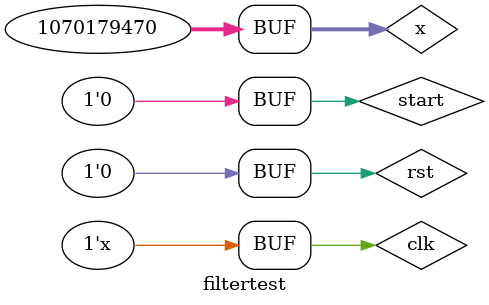
<source format=v>
`timescale 1ns / 1ps


module filtertest;

	// Inputs
	reg clk;
	reg rst;
	reg [31:0] x;
	reg start;

	// Outputs
	wire valid;
	wire ready;
	wire [31:0] y;

	// Instantiate the Unit Under Test (UUT)
	Filter uut (
		.clk(clk), 
		.rst(rst), 
		.x(x), 
		.start(start), 
		.valid(valid), 
		.ready(ready), 
		.y(y)
	);

	initial begin
		// Initialize Inputs
		clk = 0;
		rst = 0;
		x = 32'h3fc9a48e;
		start = 0;

		// Wait 100 ns for global reset to finish
		#100;
		rst = 1;
      #100;
      rst = 0;
		#100;
		start=1;
		#200;
		start=0;

        
		// Add stimulus here

	end
   always begin 
		#50
		clk=~clk;		
	end
endmodule


</source>
